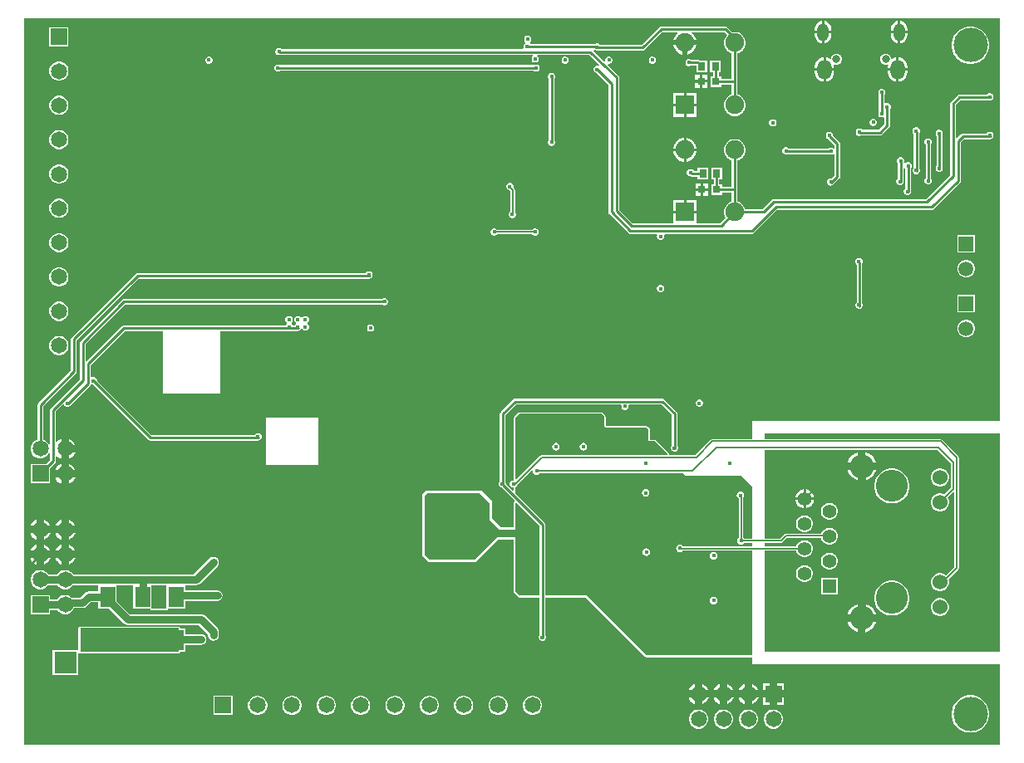
<source format=gbl>
%FSTAX23Y23*%
%MOIN*%
%SFA1B1*%

%IPPOS*%
%ADD11C,0.010000*%
%ADD15C,0.006000*%
%ADD25R,0.031500X0.037400*%
%ADD29R,0.031500X0.031500*%
%ADD45R,0.061000X0.082700*%
%ADD105C,0.030000*%
%ADD106C,0.065000*%
%ADD107R,0.065000X0.065000*%
%ADD108R,0.055000X0.055000*%
%ADD109C,0.055000*%
%ADD110C,0.060200*%
%ADD111C,0.128000*%
%ADD112C,0.096300*%
%ADD113R,0.088600X0.088600*%
%ADD114C,0.088600*%
%ADD115R,0.065000X0.065000*%
%ADD116O,0.057100X0.078700*%
%ADD117O,0.045300X0.070900*%
%ADD118C,0.031500*%
%ADD119C,0.138000*%
%ADD120C,0.075000*%
%ADD121R,0.075000X0.075000*%
%ADD122R,0.059100X0.059100*%
%ADD123C,0.059100*%
%ADD124C,0.017700*%
%ADD125C,0.019700*%
%LNv1.0-1*%
%LPD*%
G36*
X04933Y0337D02*
X0394D01*
Y03299*
X0378*
X03776Y03298*
X03773Y03296*
X03711Y03234*
X0361*
X03607Y03238*
X03607Y0324*
Y03241*
X03606Y03242*
X03605Y03243*
X03554Y03294*
X0355Y03296*
X03531*
Y03335*
X03529Y0334*
X03519Y03349*
X03515Y03351*
X03356*
X03352Y03354*
Y03388*
X0335Y03393*
X03339Y03404*
X03335Y03406*
X03005*
X03Y03404*
X02985Y03389*
X02983Y03385*
Y03139*
X02983Y03138*
X02982Y03136*
X0298Y03133*
X02974Y03131*
X0297Y03127*
X02968Y03121*
Y03115*
X0297Y0311*
X02974Y03106*
X0298Y03104*
X02983*
Y03093*
X02978Y03092*
X02953Y03117*
Y03121*
X02951Y03126*
Y03395*
X02994Y03438*
X03412*
X03415Y03433*
X03415Y03433*
Y03427*
X03417Y03421*
X03421Y03417*
X03427Y03415*
X03433*
X03438Y03417*
X03442Y03421*
X03444Y03427*
Y03433*
X03444Y03433*
X03447Y03438*
X03575*
X03618Y03395*
Y03275*
X03615Y03272*
X03613Y03266*
Y0326*
X03615Y03255*
X03619Y03251*
X03625Y03249*
X03628*
X0363Y03248*
X03631Y03249*
X03631*
X03631Y03249*
X03634Y03249*
X03636Y03251*
X03637Y03252*
X03638Y03253*
X0364Y03255*
X03643Y0326*
Y03266*
X03641Y03271*
Y034*
X0364Y03404*
X03637Y03407*
X03588Y03457*
X03584Y0346*
X0358Y03461*
X02989*
X02985Y0346*
X02981Y03457*
X02932Y03407*
X02929Y03404*
X02928Y034*
Y0313*
X02925Y03127*
X02923Y03121*
Y03115*
X02925Y0311*
X02929Y03106*
X02935Y03104*
X02986Y03052*
X02985Y03047*
X02984Y03046*
X02984Y03045*
Y03043*
X02983Y03042*
Y02945*
X0293*
X02895Y0298*
Y0305*
X02855Y0309*
X0263*
X02615Y03075*
Y0283*
X0264Y02805*
X0283*
X0292Y02895*
X02983*
Y02685*
X02985Y0268*
X03Y02665*
X03005Y02663*
X03088*
Y02515*
X03085Y02512*
X03083Y02506*
Y025*
X03085Y02495*
X03089Y02491*
X03095Y02489*
X03098*
X031Y02488*
X03101Y02489*
X03101*
X03101Y02489*
X03104Y02489*
X03106Y02491*
X03107Y02492*
X03108Y02493*
X0311Y02495*
X03113Y025*
Y02506*
X03111Y02511*
Y02663*
X03272*
X0351Y02425*
X03515Y02423*
X0394*
Y02395*
X04933*
Y02071*
X01021*
Y04988*
X04933*
Y0337*
G37*
G36*
X03346Y03388D02*
Y03352D01*
X03353Y03345*
X03515*
X03524Y03335*
Y03292*
X03526Y0329*
X0355*
X03601Y03238*
X03599Y03234*
X03095*
X03091Y03233*
X03088Y03231*
X02994Y03137*
X0299Y03139*
Y03385*
X03005Y034*
X03335*
X03346Y03388*
G37*
G36*
X03059Y0317D02*
X03059Y03169D01*
X03061Y03164*
X03064Y03159*
X03069Y03156*
X03075Y03154*
X0308Y03156*
X03085Y03159*
X03086Y0316*
X03661*
X03672Y0315*
X03895*
X0394Y03105*
Y02899*
X03906*
X03905Y029*
X03904Y02901*
Y03063*
X03907Y03068*
X03908Y03073*
X03907Y03079*
X03904Y03084*
X03899Y03087*
X03893Y03089*
X03887Y03087*
X03882Y03084*
X03879Y03079*
X03878Y03073*
X03879Y03068*
X03882Y03063*
X03885Y03061*
Y02901*
X03884Y029*
X03881Y02895*
X03879Y0289*
X03881Y02884*
X03884Y02879*
X03889Y02876*
X03895Y02874*
X039Y02876*
X03905Y02879*
X03906Y0288*
X0394*
Y02869*
X03661*
X0366Y0287*
X03655Y02874*
X0365Y02875*
X03644Y02874*
X03639Y0287*
X03636Y02865*
X03634Y0286*
X03636Y02854*
X03639Y02849*
X03644Y02846*
X0365Y02844*
X03655Y02846*
X0366Y02849*
X03661Y0285*
X0394*
Y0243*
X03515*
X03275Y0267*
X03111*
Y02955*
X0311Y02959*
X03107Y02962*
X0299Y0308*
Y03105*
X02994Y03108*
X02997Y03113*
X02997Y03114*
X03055Y03172*
X03059Y0317*
G37*
G36*
X04933Y02445D02*
X0399D01*
Y0285*
X04117*
X04118Y02846*
X04123Y02839*
X04129Y02833*
X04137Y02828*
X04145Y02826*
X04154*
X04162Y02828*
X0417Y02833*
X04176Y02839*
X04181Y02846*
X04183Y02855*
Y02864*
X04181Y02872*
X04176Y0288*
X0417Y02886*
X04162Y02891*
X04154Y02893*
X04145*
X04137Y02891*
X04129Y02886*
X04123Y0288*
X04118Y02872*
X04117Y02869*
X0399*
Y0288*
X04055*
X04058Y02881*
X04061Y02883*
X04078Y029*
X04217*
X04218Y02896*
X04223Y02889*
X04229Y02883*
X04237Y02878*
X04245Y02876*
X04254*
X04262Y02878*
X0427Y02883*
X04276Y02889*
X04281Y02896*
X04283Y02905*
Y02914*
X04281Y02922*
X04276Y0293*
X0427Y02936*
X04262Y02941*
X04254Y02943*
X04245*
X04237Y02941*
X04229Y02936*
X04223Y0293*
X04218Y02922*
X04217Y02919*
X04075*
X04071Y02918*
X04068Y02916*
X04051Y02899*
X0399*
Y03255*
X04681*
X04735Y03201*
Y03101*
X04711Y03077*
X04706Y03079*
X04697Y03081*
X04688*
X04679Y03079*
X0467Y03074*
X04664Y03068*
X04659Y03059*
X04656Y0305*
Y03041*
X04659Y03031*
X04664Y03023*
X0467Y03016*
X04679Y03012*
X04688Y03009*
X04697*
X04706Y03012*
X04715Y03016*
X04721Y03023*
X04726Y03031*
X04729Y03041*
Y0305*
X04726Y03059*
X04724Y03064*
X04746Y03086*
X0475Y03084*
Y02783*
X04717Y0275*
X04715Y02753*
X04706Y02757*
X04697Y0276*
X04688*
X04679Y02757*
X0467Y02753*
X04664Y02746*
X04659Y02738*
X04656Y02728*
Y02719*
X04659Y0271*
X04664Y02702*
X0467Y02695*
X04679Y0269*
X04688Y02688*
X04697*
X04706Y0269*
X04715Y02695*
X04721Y02702*
X04726Y0271*
X04729Y02719*
Y02728*
X04727Y02734*
X04766Y02773*
X04768Y02776*
X04769Y0278*
Y03225*
X04768Y03228*
X04766Y03231*
X04701Y03296*
X04698Y03298*
X04695Y03299*
X0399*
Y0332*
X04933*
Y02445*
G37*
G36*
X02885Y03042D02*
Y02975D01*
X02925Y02935*
X0299*
Y03042*
X02994Y03044*
X03088Y0295*
Y0267*
X03005*
X0299Y02685*
Y02905*
X02915*
X02825Y02815*
X02645*
X02625Y02835*
Y0307*
X02635Y0308*
X02847*
X02885Y03042*
G37*
%LNv1.0-2*%
%LPC*%
G36*
X04534Y04978D02*
Y04938D01*
X04562*
Y04946*
X04561Y04954*
X04557Y04962*
X04552Y04969*
X04545Y04974*
X04537Y04977*
X04534Y04978*
G37*
G36*
X04229D02*
Y04938D01*
X04257*
Y04946*
X04255Y04954*
X04252Y04962*
X04247Y04969*
X0424Y04974*
X04232Y04977*
X04229Y04978*
G37*
G36*
X04219D02*
X04215Y04977D01*
X04207Y04974*
X042Y04969*
X04195Y04962*
X04192Y04954*
X04191Y04946*
Y04938*
X04219*
Y04978*
G37*
G36*
X04524D02*
X0452Y04977D01*
X04512Y04974*
X04506Y04969*
X045Y04962*
X04497Y04954*
X04496Y04946*
Y04938*
X04524*
Y04978*
G37*
G36*
X04562Y04928D02*
X04534D01*
Y04888*
X04537Y04888*
X04545Y04892*
X04552Y04897*
X04557Y04904*
X04561Y04912*
X04562Y0492*
Y04928*
G37*
G36*
X04219D02*
X04191D01*
Y0492*
X04192Y04912*
X04195Y04904*
X042Y04897*
X04207Y04892*
X04215Y04888*
X04219Y04888*
Y04928*
G37*
G36*
X04257D02*
X04229D01*
Y04888*
X04232Y04888*
X0424Y04892*
X04247Y04897*
X04252Y04904*
X04255Y04912*
X04257Y0492*
Y04928*
G37*
G36*
X04524D02*
X04496D01*
Y0492*
X04497Y04912*
X045Y04904*
X04506Y04897*
X04512Y04892*
X0452Y04888*
X04524Y04888*
Y04928*
G37*
G36*
X01198Y04953D02*
X01121D01*
Y04876*
X01198*
Y04953*
G37*
G36*
X03716Y0488D02*
X0368D01*
Y04843*
X03688Y04845*
X03699Y04852*
X03708Y0486*
X03714Y04871*
X03716Y0488*
G37*
G36*
X0366D02*
X03623D01*
X03625Y04871*
X03632Y0486*
X0364Y04852*
X03651Y04845*
X0366Y04843*
Y0488*
G37*
G36*
X04282Y04846D02*
X04273D01*
X04265Y04843*
X04259Y04837*
X04256Y04829*
Y04828*
X04252Y04826*
X04249Y04828*
X0424Y04832*
X04235Y04832*
Y04788*
X04268*
Y04794*
X04268Y048*
X04272Y04803*
X04273Y04803*
X04282*
X0429Y04806*
X04296Y04812*
X043Y0482*
Y04829*
X04296Y04837*
X0429Y04843*
X04282Y04846*
G37*
G36*
X03543Y04834D02*
X03537D01*
X03531Y04832*
X03527Y04828*
X03525Y04823*
Y04817*
X03527Y04811*
X03531Y04807*
X03537Y04805*
X03543*
X03548Y04807*
X03552Y04811*
X03554Y04817*
Y04823*
X03552Y04828*
X03548Y04832*
X03543Y04834*
G37*
G36*
X03193D02*
X03187D01*
X03181Y04832*
X03177Y04828*
X03175Y04823*
Y04817*
X03177Y04811*
X03181Y04807*
X03187Y04805*
X03193*
X03198Y04807*
X03202Y04811*
X03204Y04817*
Y04823*
X03202Y04828*
X03198Y04832*
X03193Y04834*
G37*
G36*
X01764D02*
X01758D01*
X01753Y04832*
X01749Y04828*
X01746Y04823*
Y04817*
X01749Y04811*
X01753Y04807*
X01758Y04805*
X01764*
X0177Y04807*
X01774Y04811*
X01776Y04817*
Y04823*
X01774Y04828*
X0177Y04832*
X01764Y04834*
G37*
G36*
X04822Y04955D02*
X04807D01*
X04793Y04952*
X04779Y04946*
X04767Y04938*
X04756Y04927*
X04748Y04915*
X04742Y04901*
X0474Y04887*
Y04872*
X04742Y04858*
X04748Y04844*
X04756Y04832*
X04767Y04821*
X04779Y04813*
X04793Y04807*
X04807Y04805*
X04822*
X04836Y04807*
X0485Y04813*
X04862Y04821*
X04873Y04832*
X04881Y04844*
X04887Y04858*
X0489Y04872*
Y04887*
X04887Y04901*
X04881Y04915*
X04873Y04927*
X04862Y04938*
X0485Y04946*
X04836Y04952*
X04822Y04955*
G37*
G36*
X03076Y04803D02*
X0307D01*
X03064Y04801*
X03063Y048*
X02048*
X02046Y04801*
X02041Y04803*
X02035*
X02029Y04801*
X02025Y04797*
X02023Y04791*
Y04785*
X02025Y0478*
X02029Y04776*
X02035Y04774*
X02041*
X02046Y04776*
X02048Y04777*
X03063*
X03064Y04776*
X0307Y04774*
X03076*
X03081Y04776*
X03085Y0478*
X03088Y04785*
Y04791*
X03085Y04797*
X03081Y04801*
X03076Y04803*
G37*
G36*
X04528Y04832D02*
Y04788D01*
X04562*
Y04794*
X0456Y04804*
X04557Y04814*
X0455Y04822*
X04542Y04828*
X04533Y04832*
X04528Y04832*
G37*
G36*
X04225D02*
X0422Y04832D01*
X0421Y04828*
X04202Y04822*
X04196Y04814*
X04192Y04804*
X04191Y04794*
Y04788*
X04225*
Y04832*
G37*
G36*
X04479Y04846D02*
X0447D01*
X04462Y04843*
X04456Y04837*
X04453Y04829*
Y0482*
X04456Y04812*
X04462Y04806*
X0447Y04803*
X04479*
X0448Y04803*
X04485Y048*
X04484Y04794*
Y04788*
X04518*
Y04832*
X04513Y04832*
X04503Y04828*
X04501Y04826*
X04496Y04828*
Y04829*
X04493Y04837*
X04487Y04843*
X04479Y04846*
G37*
G36*
X03688Y04824D02*
X03682D01*
X03676Y04822*
X03672Y04818*
X0367Y04813*
Y04807*
X03672Y04801*
X03676Y04797*
X03682Y04795*
X03688*
X03693Y04797*
X03694Y04798*
X03715*
Y0477*
X03759*
Y04819*
X03727*
X03727*
X03726Y0482*
X03722Y04821*
X03694*
X03693Y04822*
X03688Y04824*
G37*
G36*
X03832Y04956D02*
D01*
X03575*
X0357Y04955*
X03567Y04952*
X03495Y04881*
X03331*
X0333Y04882*
X03326Y04886*
X03321Y04888*
X03315*
X03309Y04886*
X03309Y04886*
X03052*
X0305Y04887*
X0305Y04888*
X0305Y04894*
X03052Y04896*
X03054Y04902*
Y04908*
X03052Y04913*
X03048Y04917*
X03043Y04919*
X03037*
X03031Y04917*
X03027Y04913*
X03025Y04908*
Y04902*
X03027Y04896*
X0303Y04893*
X0303Y04889*
X03029Y04887*
X03029Y04887*
X03024Y04883*
X03022Y04878*
Y04872*
X03023Y0487*
X0302Y04865*
X02054*
X02051Y04867*
X02046Y04869*
X0204*
X02034Y04867*
X0203Y04863*
X02028Y04857*
Y04851*
X0203Y04846*
X02034Y04842*
X0204Y0484*
X02046*
X02051Y04842*
X02052Y04842*
X0306*
X03061Y04837*
X03061Y04837*
X03057Y04833*
X03055Y04828*
Y04822*
X03057Y04816*
X03061Y04812*
X03067Y0481*
X03073*
X03078Y04812*
X03082Y04816*
X03084Y04822*
Y04828*
X03082Y04833*
X03078Y04837*
X03078Y04837*
X03079Y04842*
X03286*
X03327Y04801*
X03324Y04797*
X03321Y04798*
X03315*
X03309Y04796*
X03305Y04792*
X03303Y04786*
Y0478*
X03305Y04775*
X03309Y04771*
X03315Y04769*
X03363Y0472*
Y04615*
Y0421*
X03364Y04205*
X03367Y04202*
X03442Y04127*
X03445Y04124*
X0345Y04123*
X03555*
X03559Y04118*
X03558Y04116*
Y0411*
X0356Y04105*
X03564Y04101*
X0357Y04099*
X03576*
X03581Y04101*
X03585Y04105*
X03588Y0411*
Y04116*
X03587Y04118*
X0359Y04123*
X0394*
X03944Y04124*
X03947Y04127*
X04039Y04218*
X0466*
X04664Y04219*
X04667Y04222*
X04772Y04327*
X04775Y0433*
X04776Y04335*
Y0449*
X04789Y04503*
X04895*
X04896Y04504*
X04896*
X04896Y04504*
X04899Y04504*
X04901Y04506*
X04902Y04507*
X04903Y04508*
X04905Y0451*
X04908Y04515*
Y04521*
X04905Y04527*
X04901Y04531*
X04896Y04533*
X0489*
X04884Y04531*
X0488Y04527*
X0488Y04526*
X04785*
X0478Y04525*
X04777Y04522*
X04761Y04507*
X04756Y04509*
Y0464*
X04774Y04658*
X04895*
X04896Y04659*
X04896*
X04896Y04659*
X04899Y04659*
X04901Y04661*
X04902Y04662*
X04903Y04663*
X04905Y04665*
X04908Y0467*
Y04676*
X04905Y04682*
X04901Y04686*
X04896Y04688*
X0489*
X04884Y04686*
X0488Y04682*
X0488Y04681*
X0477*
X04765Y0468*
X04762Y04677*
X04737Y04652*
X04734Y04649*
X04733Y04645*
Y04359*
X04635Y04261*
X04025*
X0402Y0426*
X04017Y04257*
X0398Y04221*
X03912*
X0391Y04226*
X03904Y04236*
X03896Y04244*
X03886Y0425*
X03881Y04252*
Y043*
Y04418*
X03886Y04419*
X03896Y04425*
X03904Y04433*
X0391Y04443*
X03913Y04454*
Y04465*
X0391Y04476*
X03904Y04486*
X03896Y04494*
X03886Y045*
X03875Y04503*
X03864*
X03853Y045*
X03843Y04494*
X03835Y04486*
X03829Y04476*
X03826Y04465*
Y04454*
X03829Y04443*
X03835Y04433*
X03843Y04425*
X03853Y04419*
X03858Y04418*
Y04311*
X03819*
Y04321*
X03808*
Y0434*
X03819*
Y04389*
X03775*
Y0434*
X03786*
Y04321*
X03775*
Y04278*
X03819*
Y04288*
X03858*
Y04252*
X03853Y0425*
X03843Y04244*
X03835Y04236*
X03829Y04226*
X03826Y04215*
Y04204*
X03829Y04193*
X03832Y04188*
X0381Y04166*
X03717*
Y04205*
X0367*
X03622*
Y04166*
X03459*
X03406Y04219*
Y0475*
X03405Y04754*
X03402Y04757*
X0336Y048*
X03361Y04803*
X03362Y04805*
X03368*
X03373Y04807*
X03377Y04811*
X03379Y04817*
Y04823*
X03377Y04828*
X03373Y04832*
X03368Y04834*
X03362*
X03356Y04832*
X03352Y04828*
X0335Y04823*
Y04817*
X03348Y04816*
X03345Y04815*
X03304Y04856*
X03305Y04862*
X03308Y04862*
X03309Y04861*
X03315Y04859*
X03317*
X03318Y04858*
X035*
X03504Y04859*
X03507Y04862*
X03579Y04933*
X03641*
X03642Y04929*
X0364Y04928*
X03632Y04919*
X03625Y04908*
X03623Y049*
X0367*
X03716*
X03714Y04908*
X03708Y04919*
X03699Y04928*
X03697Y04929*
X03698Y04933*
X03827*
X0384Y04921*
X03835Y04916*
X03829Y04906*
X03826Y04895*
Y04884*
X03829Y04873*
X03835Y04863*
X03843Y04855*
X03853Y04849*
X03858Y04848*
Y04746*
X03816*
Y04756*
X03805*
Y0477*
X03814*
Y04819*
X0377*
Y0477*
X03783*
Y04756*
X03772*
Y04713*
X03816*
Y04723*
X03858*
Y04682*
X03853Y0468*
X03843Y04674*
X03835Y04666*
X03829Y04656*
X03826Y04645*
Y04634*
X03829Y04623*
X03835Y04613*
X03843Y04605*
X03853Y04599*
X03864Y04596*
X03875*
X03886Y04599*
X03896Y04605*
X03904Y04613*
X0391Y04623*
X03913Y04634*
Y04645*
X0391Y04656*
X03904Y04666*
X03896Y04674*
X03886Y0468*
X03881Y04682*
Y04735*
Y04848*
X03886Y04849*
X03896Y04855*
X03904Y04863*
X0391Y04873*
X03913Y04884*
Y04895*
X0391Y04906*
X03904Y04916*
X03896Y04924*
X03886Y0493*
X03875Y04933*
X03864*
X0386Y04932*
X0384Y04952*
X03836Y04955*
X03832Y04956*
G37*
G36*
X03761Y0476D02*
X0374D01*
Y0474*
X03761*
Y0476*
G37*
G36*
X0373D02*
X03709D01*
Y0474*
X0373*
Y0476*
G37*
G36*
X01165Y04815D02*
X01154D01*
X01145Y04812*
X01136Y04807*
X01129Y048*
X01124Y04791*
X01121Y04781*
Y04771*
X01124Y04761*
X01129Y04753*
X01136Y04746*
X01145Y0474*
X01154Y04738*
X01165*
X01174Y0474*
X01183Y04746*
X0119Y04753*
X01195Y04761*
X01198Y04771*
Y04781*
X01195Y04791*
X0119Y048*
X01183Y04807*
X01174Y04812*
X01165Y04815*
G37*
G36*
X04562Y04778D02*
X04528D01*
Y04734*
X04533Y04735*
X04542Y04739*
X0455Y04745*
X04557Y04753*
X0456Y04762*
X04562Y04772*
Y04778*
G37*
G36*
X04225D02*
X04191D01*
Y04772*
X04192Y04762*
X04196Y04753*
X04202Y04745*
X0421Y04739*
X0422Y04735*
X04225Y04734*
Y04778*
G37*
G36*
X04268D02*
X04235D01*
Y04734*
X0424Y04735*
X04249Y04739*
X04257Y04745*
X04263Y04753*
X04267Y04762*
X04268Y04772*
Y04778*
G37*
G36*
X04518D02*
X04484D01*
Y04772*
X04485Y04762*
X04489Y04753*
X04495Y04745*
X04503Y04739*
X04513Y04735*
X04518Y04734*
Y04778*
G37*
G36*
X03761Y0473D02*
X0374D01*
Y04709*
X03761*
Y0473*
G37*
G36*
X0373D02*
X03709D01*
Y04709*
X0373*
Y0473*
G37*
G36*
X03717Y04687D02*
X03675D01*
Y04645*
X03717*
Y04687*
G37*
G36*
X03665D02*
X03622D01*
Y04645*
X03665*
Y04687*
G37*
G36*
X01165Y04677D02*
X01154D01*
X01145Y04674*
X01136Y04669*
X01129Y04662*
X01124Y04653*
X01121Y04644*
Y04633*
X01124Y04624*
X01129Y04615*
X01136Y04608*
X01145Y04603*
X01154Y046*
X01165*
X01174Y04603*
X01183Y04608*
X0119Y04615*
X01195Y04624*
X01198Y04633*
Y04644*
X01195Y04653*
X0119Y04662*
X01183Y04669*
X01174Y04674*
X01165Y04677*
G37*
G36*
X03717Y04635D02*
X03675D01*
Y04592*
X03717*
Y04635*
G37*
G36*
X03665D02*
X03622D01*
Y04592*
X03665*
Y04635*
G37*
G36*
X04428Y04584D02*
X04422D01*
X04416Y04582*
X04412Y04578*
X0441Y04573*
Y04567*
X04412Y04561*
X04416Y04557*
X04422Y04555*
X04428*
X04433Y04557*
X04437Y04561*
X04439Y04567*
Y04573*
X04437Y04578*
X04433Y04582*
X04428Y04584*
G37*
G36*
X04026Y04583D02*
X0402D01*
X04014Y04581*
X0401Y04577*
X04008Y04571*
Y04565*
X0401Y0456*
X04014Y04556*
X0402Y04554*
X04026*
X04031Y04556*
X04035Y0456*
X04038Y04565*
Y04571*
X04035Y04577*
X04031Y04581*
X04026Y04583*
G37*
G36*
X04463Y04704D02*
X04457D01*
X04451Y04702*
X04447Y04698*
X04445Y04693*
Y04687*
X04447Y04681*
X04448Y0468*
Y04614*
X04447Y04613*
X04445Y04608*
Y04602*
X04447Y04596*
X04451Y04592*
X04457Y0459*
X04463*
X04465Y04591*
X0447Y04587*
Y04562*
X04448Y0454*
X04382*
X04378Y04544*
X04373Y04546*
X04367*
X04361Y04544*
X04357Y0454*
X04355Y04534*
Y04528*
X04357Y04523*
X04361Y04519*
X04367Y04516*
X0437*
X04371Y04516*
X04372Y04516*
X04373*
X04373Y04517*
X04376Y04517*
X04376Y04517*
X04452*
X04457Y04518*
X0446Y04521*
X04489Y0455*
X04492Y04553*
X04492Y04557*
Y04623*
X04494Y04624*
X04496Y04629*
Y04635*
X04494Y04641*
X0449Y04645*
X04484Y04647*
X04478*
X04476Y04646*
X04471Y0465*
Y0468*
X04472Y04681*
X04474Y04687*
Y04693*
X04472Y04698*
X04468Y04702*
X04463Y04704*
G37*
G36*
X03138Y04769D02*
X03132D01*
X03126Y04767*
X03122Y04763*
X0312Y04758*
Y04752*
X03122Y04746*
X03123Y04745*
Y04499*
X03122Y04498*
X0312Y04493*
Y04487*
X03122Y04481*
X03126Y04477*
X03132Y04475*
X03138*
X03143Y04477*
X03147Y04481*
X03149Y04487*
Y04493*
X03147Y04498*
X03146Y04499*
Y04745*
X03147Y04746*
X03149Y04752*
Y04758*
X03147Y04763*
X03143Y04767*
X03138Y04769*
G37*
G36*
X04253Y04532D02*
X04247D01*
X04241Y0453*
X04237Y04526*
X04235Y04521*
Y04515*
X04237Y04509*
X04241Y04505*
X04246Y04503*
X0427Y04479*
Y04467*
X04265Y04465*
X04263Y04467*
X04258Y04469*
X04252*
X04246Y04467*
X04245Y04466*
X04086*
X04083Y04469*
X04078Y04471*
X04072*
X04066Y04469*
X04062Y04465*
X0406Y04459*
Y04453*
X04062Y04448*
X04066Y04444*
X04072Y04441*
X04078*
X04082Y04443*
X04245*
X04246Y04442*
X04252Y0444*
X04258*
X04263Y04442*
X04265Y04444*
X0427Y04442*
Y04357*
X04259Y04346*
X04258Y04346*
X04252*
X04246Y04344*
X04242Y0434*
X0424Y04334*
Y04328*
X04242Y04323*
X04246Y04319*
X04252Y04316*
X04255*
X04256Y04316*
X04257Y04316*
X04258*
X04258Y04317*
X04261Y04317*
X04263Y04319*
X04264Y0432*
X04289Y04345*
X04292Y04348*
X04292Y04352*
Y04484*
X04292Y04488*
X04289Y04492*
X04264Y04516*
Y04521*
X04262Y04526*
X04258Y0453*
X04253Y04532*
G37*
G36*
X03676Y04507D02*
X03675D01*
Y04465*
X03717*
Y04466*
X03714Y04478*
X03708Y04489*
X03699Y04498*
X03688Y04504*
X03676Y04507*
G37*
G36*
X03665D02*
X03663D01*
X03651Y04504*
X0364Y04498*
X03632Y04489*
X03625Y04478*
X03622Y04466*
Y04465*
X03665*
Y04507*
G37*
G36*
X01165Y04539D02*
X01154D01*
X01145Y04537*
X01136Y04532*
X01129Y04524*
X01124Y04516*
X01121Y04506*
Y04496*
X01124Y04486*
X01129Y04477*
X01136Y0447*
X01145Y04465*
X01154Y04462*
X01165*
X01174Y04465*
X01183Y0447*
X0119Y04477*
X01195Y04486*
X01198Y04496*
Y04506*
X01195Y04516*
X0119Y04524*
X01183Y04532*
X01174Y04537*
X01165Y04539*
G37*
G36*
X03717Y04455D02*
X03675D01*
Y04412*
X03676*
X03688Y04415*
X03699Y04422*
X03708Y0443*
X03714Y04441*
X03717Y04453*
Y04455*
G37*
G36*
X03665D02*
X03622D01*
Y04453*
X03625Y04441*
X03632Y0443*
X0364Y04422*
X03651Y04415*
X03663Y04412*
X03665*
Y04455*
G37*
G36*
X03764Y04389D02*
X0372D01*
Y04376*
X03706*
X03705Y04377*
X03701Y04381*
X03696Y04383*
X0369*
X03684Y04381*
X0368Y04377*
X03678Y04371*
Y04365*
X0368Y0436*
X03684Y04356*
X0369Y04354*
X03693*
X03695Y04353*
X0372*
Y0434*
X03764*
Y04389*
G37*
G36*
X04693Y04541D02*
X04687D01*
X04681Y04539*
X04677Y04535*
X04675Y04529*
Y04523*
X04677Y04518*
X0468Y04515*
Y04398*
X04677Y04395*
X04675Y04389*
Y04383*
X04677Y04378*
X04681Y04374*
X04687Y04371*
X0469*
X04691Y04371*
X04692Y04371*
X04693*
X04693Y04372*
X04696Y04372*
X04698Y04374*
X04699Y04375*
X047Y04376*
X04702Y04378*
X04704Y04383*
Y04389*
X04702Y04394*
Y04519*
X04704Y04523*
Y04529*
X04702Y04535*
X04698Y04539*
X04693Y04541*
G37*
G36*
X046Y04551D02*
X04594D01*
X04589Y04549*
X04584Y04544*
X04582Y04539*
Y04533*
X04584Y04528*
X04588Y04524*
Y04389*
X04585Y04386*
X04583Y0438*
Y04374*
X04585Y04369*
X04589Y04365*
X04594Y04363*
X04598*
X04599Y04362*
X046Y04363*
X046*
X046*
X04603Y04363*
X04606Y04365*
X04606Y04365*
X04607Y04366*
X04608Y04367*
X0461Y04369*
X04612Y04374*
Y0438*
X0461Y04385*
Y04529*
X04612Y04533*
Y04539*
X0461Y04544*
X04605Y04549*
X046Y04551*
G37*
G36*
X01165Y04401D02*
X01154D01*
X01145Y04399*
X01136Y04394*
X01129Y04387*
X01124Y04378*
X01121Y04368*
Y04358*
X01124Y04348*
X01129Y04339*
X01136Y04332*
X01145Y04327*
X01154Y04324*
X01165*
X01174Y04327*
X01183Y04332*
X0119Y04339*
X01195Y04348*
X01198Y04358*
Y04368*
X01195Y04378*
X0119Y04387*
X01183Y04394*
X01174Y04399*
X01165Y04401*
G37*
G36*
X04648Y04506D02*
X04642D01*
X04636Y04504*
X04632Y045*
X0463Y04494*
Y04488*
X04632Y04483*
X04635Y0448*
Y04348*
X04632Y04345*
X0463Y04339*
Y04333*
X04632Y04328*
X04636Y04324*
X04642Y04321*
X04645*
X04646Y04321*
X04647Y04321*
X04648*
X04648Y04322*
X04651Y04322*
X04653Y04324*
X04654Y04325*
X04655Y04326*
X04657Y04328*
X04659Y04333*
Y04339*
X04657Y04344*
Y04484*
X04659Y04488*
Y04494*
X04657Y045*
X04653Y04504*
X04648Y04506*
G37*
G36*
X03764Y04325D02*
X03743D01*
Y04305*
X03764*
Y04325*
G37*
G36*
X03733D02*
X03712D01*
Y04305*
X03733*
Y04325*
G37*
G36*
X04538Y04431D02*
X04532D01*
X04526Y04429*
X04522Y04425*
X0452Y04419*
Y04413*
X04522Y04408*
X04524Y04406*
Y04346*
X0452Y04342*
X04518Y04336*
Y0433*
X0452Y04325*
X04524Y04321*
X0453Y04319*
X04533*
X04535Y04318*
X04536Y04319*
X04536*
X04536Y04319*
X04539Y04319*
X04541Y04321*
X04542Y04322*
X04543Y04322*
X04544Y04324*
X04545Y04325*
X04548Y0433*
Y04336*
X04547Y04339*
Y04386*
X04552Y04387*
X04554Y04385*
Y04306*
X0455Y04302*
X04548Y04296*
Y0429*
X0455Y04285*
X04554Y04281*
X0456Y04279*
X04563*
X04565Y04278*
X04566Y04279*
X04566*
X04566Y04279*
X04569Y04279*
X04571Y04281*
X04572Y04282*
X04573Y04282*
X04574Y04284*
X04575Y04285*
X04578Y0429*
Y04296*
X04577Y04299*
Y04387*
X04577Y04388*
X04579Y04393*
Y04399*
X04577Y04405*
X04573Y04409*
X04568Y04411*
X04562*
X04556Y04409*
X04554Y04407*
X04554*
X04548Y04408*
X04548Y0441*
X04549Y04413*
Y04419*
X04547Y04425*
X04543Y04429*
X04538Y04431*
G37*
G36*
X03764Y04295D02*
X03743D01*
Y04274*
X03764*
Y04295*
G37*
G36*
X03733D02*
X03712D01*
Y04274*
X03733*
Y04295*
G37*
G36*
X03717Y04257D02*
X03675D01*
Y04215*
X03717*
Y04257*
G37*
G36*
X03665D02*
X03622D01*
Y04215*
X03665*
Y04257*
G37*
G36*
X01165Y04264D02*
X01154D01*
X01145Y04261*
X01136Y04256*
X01129Y04249*
X01124Y0424*
X01121Y0423*
Y0422*
X01124Y0421*
X01129Y04202*
X01136Y04194*
X01145Y04189*
X01154Y04187*
X01165*
X01174Y04189*
X01183Y04194*
X0119Y04202*
X01195Y0421*
X01198Y0422*
Y0423*
X01195Y0424*
X0119Y04249*
X01183Y04256*
X01174Y04261*
X01165Y04264*
G37*
G36*
X02971Y04328D02*
X02965D01*
X02959Y04326*
X02955Y04322*
X02953Y04316*
Y0431*
X02955Y04305*
X02959Y04301*
X02965Y04299*
X0297Y04293*
Y04214*
X02969Y04214*
X02965Y04209*
X02963Y04204*
Y04198*
X02965Y04192*
X02969Y04188*
X02975Y04186*
X02981*
X02986Y04188*
X0299Y04192*
X02993Y04198*
Y04204*
X0299Y04209*
X02989Y04211*
Y04297*
X02988Y043*
X02986Y04303*
X02982Y04308*
X02983Y0431*
Y04316*
X0298Y04322*
X02976Y04326*
X02971Y04328*
G37*
G36*
X03073Y04144D02*
X03067D01*
X03061Y04142*
X03058Y04139*
X02916*
X02913Y04142*
X02908Y04144*
X02902*
X02896Y04142*
X02892Y04138*
X0289Y04133*
Y04127*
X02892Y04121*
X02896Y04117*
X02902Y04115*
X02908*
X02913Y04117*
X02916Y0412*
X03058*
X03061Y04117*
X03067Y04115*
X03073*
X03078Y04117*
X03082Y04121*
X03084Y04127*
Y04133*
X03082Y04138*
X03078Y04142*
X03073Y04144*
G37*
G36*
X01165Y04126D02*
X01154D01*
X01145Y04123*
X01136Y04118*
X01129Y04111*
X01124Y04102*
X01121Y04092*
Y04082*
X01124Y04072*
X01129Y04064*
X01136Y04057*
X01145Y04051*
X01154Y04049*
X01165*
X01174Y04051*
X01183Y04057*
X0119Y04064*
X01195Y04072*
X01198Y04082*
Y04092*
X01195Y04102*
X0119Y04111*
X01183Y04118*
X01174Y04123*
X01165Y04126*
G37*
G36*
X04833Y04118D02*
X04762D01*
Y04047*
X04833*
Y04118*
G37*
G36*
X02406Y03973D02*
X024D01*
X02394Y03971*
X0239Y03967*
X0239Y03966*
X01475*
X0147Y03965*
X01467Y03962*
X01212Y03707*
X01209Y03704*
X01208Y037*
Y03574*
X01077Y03442*
X01074Y03439*
X01073Y03435*
Y03296*
X0107Y03295*
X01061Y0329*
X01054Y03283*
X01049Y03274*
X01046Y03265*
Y03254*
X01049Y03245*
X01054Y03236*
X01061Y03229*
X0107Y03224*
X01079Y03221*
X0109*
X01099Y03224*
X01108Y03229*
X01115Y03236*
X01118Y03241*
X01123Y0324*
Y03214*
X01107Y03198*
X01046*
Y03121*
X01123*
Y03182*
X01142Y03202*
X01145Y03205*
X01146Y0321*
Y03232*
X0115Y03233*
X01151Y03233*
X01158Y03226*
X01168Y0322*
X0117Y0322*
Y0326*
Y033*
X01168Y03299*
X01158Y03294*
X01151Y03286*
X0115Y03286*
X01146Y03287*
Y0341*
X01174Y03438*
X0118Y03437*
X0118Y03435*
X01184Y03431*
X0119Y03429*
X01193*
X01195Y03428*
X01196Y03429*
X01196*
X01196Y03429*
X01199Y03429*
X01201Y03431*
X01202Y03432*
X01282Y03512*
X01285Y03515*
X01285Y03518*
X01287Y03519*
X01289Y0352*
X01291Y0352*
X01295Y03519*
X01517Y03297*
X0152Y03294*
X01525Y03293*
X0196*
X01961Y03294*
X01961*
X01961Y03294*
X01964Y03294*
X01966Y03296*
X01967Y03297*
X01968Y03298*
X0197Y033*
X01973Y03305*
Y03311*
X0197Y03317*
X01966Y03321*
X01961Y03323*
X01955*
X01949Y03321*
X01945Y03317*
X01945Y03316*
X01529*
X01313Y03532*
Y03536*
X0131Y03542*
X01306Y03546*
X01301Y03548*
X01295*
X01291Y03547*
X01286Y03549*
Y03595*
X01424Y03733*
X01572*
X01575Y0373*
Y03728*
Y0348*
X01805*
Y03728*
Y0373*
X01807Y03733*
X0212*
X02121Y03734*
X02121*
X02121Y03734*
X02124Y03734*
X02126Y03736*
X02127Y03737*
X02128Y03738*
X0213Y0374*
X02133Y0374*
X02136Y0374*
X02139Y03736*
X02145Y03734*
X02151*
X02156Y03736*
X0216Y0374*
X02163Y03745*
Y03751*
X0216Y03757*
X02157Y03761*
X02156Y03763*
X02157Y03766*
X0216Y0377*
X02163Y03775*
Y03781*
X0216Y03787*
X02156Y03791*
X02151Y03793*
X02145*
X02139Y03791*
X02136Y03787*
X02133Y03787*
X0213Y03787*
X02126Y03791*
X02121Y03793*
X02115*
X02109Y03791*
X02105Y03787*
X02103Y03781*
Y03775*
X02105Y0377*
X02109Y03766*
X02109Y03763*
X02109Y03761*
X02105Y03757*
X02105Y03756*
X02096*
X02095Y03757*
X02092Y03761*
X02091Y03763*
X02092Y03766*
X02095Y0377*
X02098Y03775*
Y03781*
X02095Y03787*
X02091Y03791*
X02086Y03793*
X0208*
X02074Y03791*
X0207Y03787*
X02068Y03781*
Y03775*
X0207Y0377*
X02074Y03766*
X02074Y03763*
X02074Y03761*
X0207Y03757*
X0207Y03756*
X0142*
X01415Y03755*
X01412Y03752*
X01271Y03612*
X01266Y03614*
Y0368*
X01424Y03838*
X02455*
X02456Y03837*
X02462Y03835*
X02468*
X02473Y03837*
X02477Y03841*
X02479Y03847*
Y03853*
X02477Y03858*
X02473Y03862*
X02468Y03864*
X02462*
X02456Y03862*
X02455Y03861*
X0142*
X01415Y0386*
X01412Y03857*
X01247Y03692*
X01244Y03689*
X01243Y03685*
Y03539*
X01127Y03422*
X01124Y03419*
X01123Y03415*
Y03279*
X01118Y03278*
X01115Y03283*
X01108Y0329*
X01099Y03295*
X01096Y03296*
Y0343*
X01227Y03562*
X0123Y03565*
X01231Y0357*
Y03695*
X01479Y03943*
X02405*
X02406Y03944*
X02406*
X02406Y03944*
X02409Y03944*
X02411Y03946*
X02412Y03947*
X02413Y03948*
X02415Y0395*
X02418Y03955*
Y03961*
X02415Y03967*
X02411Y03971*
X02406Y03973*
G37*
G36*
X04803Y04018D02*
X04793D01*
X04784Y04016*
X04776Y04011*
X0477Y04005*
X04765Y03997*
X04762Y03988*
Y03978*
X04765Y03969*
X0477Y03961*
X04776Y03955*
X04784Y0395*
X04793Y03947*
X04803*
X04812Y0395*
X0482Y03955*
X04826Y03961*
X04831Y03969*
X04833Y03978*
Y03988*
X04831Y03997*
X04826Y04005*
X0482Y04011*
X04812Y04016*
X04803Y04018*
G37*
G36*
X01165Y03988D02*
X01154D01*
X01145Y03985*
X01136Y0398*
X01129Y03973*
X01124Y03964*
X01121Y03955*
Y03944*
X01124Y03935*
X01129Y03926*
X01136Y03919*
X01145Y03914*
X01154Y03911*
X01165*
X01174Y03914*
X01183Y03919*
X0119Y03926*
X01195Y03935*
X01198Y03944*
Y03955*
X01195Y03964*
X0119Y03973*
X01183Y0398*
X01174Y03985*
X01165Y03988*
G37*
G36*
X03576Y03918D02*
X0357D01*
X03564Y03916*
X0356Y03912*
X03558Y03906*
Y039*
X0356Y03895*
X03564Y03891*
X0357Y03889*
X03576*
X03581Y03891*
X03585Y03895*
X03588Y039*
Y03906*
X03585Y03912*
X03581Y03916*
X03576Y03918*
G37*
G36*
X04371Y04026D02*
X04365D01*
X04359Y04024*
X04355Y0402*
X04353Y04014*
Y04008*
X04355Y04003*
X04359Y03999*
Y03848*
X04355Y03845*
X04353Y0384*
Y03834*
X04355Y03828*
X0436Y03824*
X04365Y03822*
X04369*
X0437Y03822*
X04371Y03822*
X04371*
X04371Y03822*
X04374Y03823*
X04376Y03824*
X04377*
X04378Y03825*
X04378Y03826*
X04381Y03828*
X04383Y03834*
Y0384*
X04381Y03844*
Y04004*
X04383Y04008*
Y04014*
X0438Y0402*
X04376Y04024*
X04371Y04026*
G37*
G36*
X04833Y03878D02*
X04762D01*
Y03807*
X04833*
Y03878*
G37*
G36*
X01165Y0385D02*
X01154D01*
X01145Y03848*
X01136Y03843*
X01129Y03835*
X01124Y03827*
X01121Y03817*
Y03807*
X01124Y03797*
X01129Y03788*
X01136Y03781*
X01145Y03776*
X01154Y03773*
X01165*
X01174Y03776*
X01183Y03781*
X0119Y03788*
X01195Y03797*
X01198Y03807*
Y03817*
X01195Y03827*
X0119Y03835*
X01183Y03843*
X01174Y03848*
X01165Y0385*
G37*
G36*
X02413Y03759D02*
X02407D01*
X02401Y03757*
X02397Y03753*
X02395Y03748*
Y03742*
X02397Y03736*
X02401Y03732*
X02407Y0373*
X02413*
X02418Y03732*
X02422Y03736*
X02424Y03742*
Y03748*
X02422Y03753*
X02418Y03757*
X02413Y03759*
G37*
G36*
X04803Y03778D02*
X04793D01*
X04784Y03776*
X04776Y03771*
X0477Y03765*
X04765Y03757*
X04762Y03748*
Y03738*
X04765Y03729*
X0477Y03721*
X04776Y03715*
X04784Y0371*
X04793Y03707*
X04803*
X04812Y0371*
X0482Y03715*
X04826Y03721*
X04831Y03729*
X04833Y03738*
Y03748*
X04831Y03757*
X04826Y03765*
X0482Y03771*
X04812Y03776*
X04803Y03778*
G37*
G36*
X01165Y03712D02*
X01154D01*
X01145Y0371*
X01136Y03705*
X01129Y03698*
X01124Y03689*
X01121Y03679*
Y03669*
X01124Y03659*
X01129Y0365*
X01136Y03643*
X01145Y03638*
X01154Y03635*
X01165*
X01174Y03638*
X01183Y03643*
X0119Y0365*
X01195Y03659*
X01198Y03669*
Y03679*
X01195Y03689*
X0119Y03698*
X01183Y03705*
X01174Y0371*
X01165Y03712*
G37*
G36*
X03731Y03458D02*
X03725D01*
X03719Y03456*
X03715Y03452*
X03713Y03446*
Y0344*
X03715Y03435*
X03719Y03431*
X03725Y03429*
X03731*
X03736Y03431*
X0374Y03435*
X03743Y0344*
Y03446*
X0374Y03452*
X03736Y03456*
X03731Y03458*
G37*
G36*
X012Y033D02*
Y03275D01*
X01225*
X01224Y03276*
X01219Y03286*
X01211Y03294*
X01201Y03299*
X012Y033*
G37*
G36*
X01225Y03245D02*
X012D01*
Y0322*
X01201Y0322*
X01211Y03226*
X01219Y03233*
X01224Y03243*
X01225Y03245*
G37*
G36*
X022Y03385D02*
X0199D01*
Y03195*
X022*
Y03385*
G37*
G36*
X012Y032D02*
Y03175D01*
X01225*
X01224Y03176*
X01219Y03186*
X01211Y03194*
X01201Y03199*
X012Y032*
G37*
G36*
X0117D02*
X01168Y03199D01*
X01158Y03194*
X01151Y03186*
X01145Y03176*
X01145Y03175*
X0117*
Y032*
G37*
G36*
X01225Y03145D02*
X012D01*
Y0312*
X01201Y0312*
X01211Y03126*
X01219Y03133*
X01224Y03143*
X01225Y03145*
G37*
G36*
X0117D02*
X01145D01*
X01145Y03143*
X01151Y03133*
X01158Y03126*
X01168Y0312*
X0117Y0312*
Y03145*
G37*
G36*
X012Y02975D02*
Y0295D01*
X01225*
X01224Y02951*
X01219Y02961*
X01211Y02969*
X01201Y02974*
X012Y02975*
G37*
G36*
X011D02*
Y0295D01*
X01125*
X01124Y02951*
X01119Y02961*
X01111Y02969*
X01101Y02974*
X011Y02975*
G37*
G36*
X0117D02*
X01168Y02974D01*
X01158Y02969*
X01151Y02961*
X01145Y02951*
X01145Y0295*
X0117*
Y02975*
G37*
G36*
X0107D02*
X01068Y02974D01*
X01058Y02969*
X01051Y02961*
X01045Y02951*
X01045Y0295*
X0107*
Y02975*
G37*
G36*
X01225Y0292D02*
X012D01*
Y02895*
X01201Y02895*
X01211Y02901*
X01219Y02908*
X01224Y02918*
X01225Y0292*
G37*
G36*
X01125D02*
X011D01*
Y02895*
X01101Y02895*
X01111Y02901*
X01119Y02908*
X01124Y02918*
X01125Y0292*
G37*
G36*
X0117D02*
X01145D01*
X01145Y02918*
X01151Y02908*
X01158Y02901*
X01168Y02895*
X0117Y02895*
Y0292*
G37*
G36*
X0107D02*
X01045D01*
X01045Y02918*
X01051Y02908*
X01058Y02901*
X01068Y02895*
X0107Y02895*
Y0292*
G37*
G36*
X012Y02875D02*
Y0285D01*
X01225*
X01224Y02851*
X01219Y02861*
X01211Y02869*
X01201Y02874*
X012Y02875*
G37*
G36*
X011D02*
Y0285D01*
X01125*
X01124Y02851*
X01119Y02861*
X01111Y02869*
X01101Y02874*
X011Y02875*
G37*
G36*
X0117D02*
X01168Y02874D01*
X01158Y02869*
X01151Y02861*
X01145Y02851*
X01145Y0285*
X0117*
Y02875*
G37*
G36*
X0107D02*
X01068Y02874D01*
X01058Y02869*
X01051Y02861*
X01045Y02851*
X01045Y0285*
X0107*
Y02875*
G37*
G36*
X01225Y0282D02*
X012D01*
Y02795*
X01201Y02795*
X01211Y02801*
X01219Y02808*
X01224Y02818*
X01225Y0282*
G37*
G36*
X01125D02*
X011D01*
Y02795*
X01101Y02795*
X01111Y02801*
X01119Y02808*
X01124Y02818*
X01125Y0282*
G37*
G36*
X0117D02*
X01145D01*
X01145Y02818*
X01151Y02808*
X01158Y02801*
X01168Y02795*
X0117Y02795*
Y0282*
G37*
G36*
X0107D02*
X01045D01*
X01045Y02818*
X01051Y02808*
X01058Y02801*
X01068Y02795*
X0107Y02795*
Y0282*
G37*
G36*
X0178Y02826D02*
X01771Y02824D01*
X01764Y0282*
X01701Y02756*
X01217*
X01215Y02758*
X01208Y02765*
X01199Y0277*
X0119Y02773*
X01179*
X0117Y0277*
X01161Y02765*
X01154Y02758*
X01152Y02756*
X01117*
X01115Y02758*
X01108Y02765*
X01099Y0277*
X0109Y02773*
X01079*
X0107Y0277*
X01061Y02765*
X01054Y02758*
X01049Y02749*
X01046Y0274*
Y02729*
X01049Y0272*
X01054Y02711*
X01061Y02704*
X0107Y02699*
X01079Y02696*
X0109*
X01099Y02699*
X01108Y02704*
X01115Y02711*
X01117Y02713*
X01152*
X01154Y02711*
X01161Y02704*
X0117Y02699*
X01179Y02696*
X0119*
X01199Y02699*
X01208Y02704*
X01215Y02711*
X01217Y02713*
X01318*
Y02688*
X01279*
X01271Y02686*
X01264Y02681*
X01245Y02663*
X01211*
X01208Y02665*
X01199Y0267*
X0119Y02673*
X01179*
X0117Y0267*
X01161Y02665*
X01154Y02658*
X01152Y02656*
X01123*
Y02673*
X01046*
Y02596*
X01123*
Y02613*
X01152*
X01154Y02611*
X01161Y02604*
X0117Y02599*
X01179Y02596*
X0119*
X01199Y02599*
X01208Y02604*
X01215Y02611*
X0122Y0262*
Y0262*
X01254*
X01262Y02621*
X01269Y02626*
X01288Y02645*
X01318*
Y02619*
X01361*
X0142Y02559*
X01427Y02555*
X01435Y02553*
X01721*
X01758Y02516*
Y0251*
X0176Y02501*
X01764Y02494*
X01771Y0249*
X0178Y02488*
X01788Y0249*
X01795Y02494*
X01799Y02501*
X01801Y0251*
Y02525*
X01799Y02533*
X01795Y0254*
X01745Y0259*
X01738Y02594*
X0173Y02596*
X01444*
X01391Y02649*
Y02713*
X01458*
Y02619*
X01525*
X01525Y02618*
Y02616*
X01526Y02615*
X01526Y02614*
X01528Y02614*
X01529Y02613*
X01533Y02611*
X01534*
X01535Y02611*
X01591*
X01596Y02613*
X01596Y02613*
X01598Y02617*
X01666*
Y02648*
X01795*
X01803Y0265*
X0181Y02654*
X01814Y02661*
X01816Y0267*
X01814Y02678*
X0181Y02685*
X01803Y02689*
X01795Y02691*
X01666*
Y02712*
X01671Y02713*
X0171*
X01718Y02715*
X01725Y02719*
X01795Y02789*
X01799Y02796*
X01801Y02805*
X01799Y02813*
X01795Y0282*
X01788Y02824*
X0178Y02826*
G37*
G36*
X0164Y02546D02*
X01245D01*
X0124Y02544*
X01238Y0254*
Y02457*
X01235Y02453*
X01233*
X01134*
Y02353*
X01235*
Y02439*
X0124Y0244*
X0124Y0244*
X01245Y02438*
X0164*
X01644Y0244*
X01646Y02444*
X01666*
Y02473*
X0173*
X01738Y02475*
X01745Y02479*
X01749Y02486*
X01751Y02495*
X01749Y02503*
X01745Y0251*
X01738Y02514*
X0173Y02516*
X01666*
Y02539*
X01646*
Y0254*
X01644Y02544*
X0164Y02546*
G37*
G36*
X04067Y02317D02*
X0404D01*
Y0229*
X04067*
Y02317*
G37*
G36*
X0394Y02315D02*
Y0229D01*
X03965*
X03964Y02291*
X03959Y02301*
X03951Y02309*
X03941Y02314*
X0394Y02315*
G37*
G36*
X0374D02*
Y0229D01*
X03765*
X03764Y02291*
X03759Y02301*
X03751Y02309*
X03741Y02314*
X0374Y02315*
G37*
G36*
X0384D02*
Y0229D01*
X03865*
X03864Y02291*
X03859Y02301*
X03851Y02309*
X03841Y02314*
X0384Y02315*
G37*
G36*
X0391D02*
X03908Y02314D01*
X03898Y02309*
X03891Y02301*
X03885Y02291*
X03885Y0229*
X0391*
Y02315*
G37*
G36*
X0371D02*
X03708Y02314D01*
X03698Y02309*
X03691Y02301*
X03685Y02291*
X03685Y0229*
X0371*
Y02315*
G37*
G36*
X0381D02*
X03808Y02314D01*
X03798Y02309*
X03791Y02301*
X03785Y02291*
X03785Y0229*
X0381*
Y02315*
G37*
G36*
X0401Y02317D02*
X03982D01*
Y0229*
X0401*
Y02317*
G37*
G36*
X03965Y0226D02*
X0394D01*
Y02235*
X03941Y02235*
X03951Y02241*
X03959Y02248*
X03964Y02258*
X03965Y0226*
G37*
G36*
X03865D02*
X0384D01*
Y02235*
X03841Y02235*
X03851Y02241*
X03859Y02248*
X03864Y02258*
X03865Y0226*
G37*
G36*
X03765D02*
X0374D01*
Y02235*
X03741Y02235*
X03751Y02241*
X03759Y02248*
X03764Y02258*
X03765Y0226*
G37*
G36*
X0391D02*
X03885D01*
X03885Y02258*
X03891Y02248*
X03898Y02241*
X03908Y02235*
X0391Y02235*
Y0226*
G37*
G36*
X0381D02*
X03785D01*
X03785Y02258*
X03791Y02248*
X03798Y02241*
X03808Y02235*
X0381Y02235*
Y0226*
G37*
G36*
X0371D02*
X03685D01*
X03685Y02258*
X03691Y02248*
X03698Y02241*
X03708Y02235*
X0371Y02235*
Y0226*
G37*
G36*
X04067D02*
X0404D01*
Y02232*
X04067*
Y0226*
G37*
G36*
X0401D02*
X03982D01*
Y02232*
X0401*
Y0226*
G37*
G36*
X03064Y02268D02*
X03053D01*
X03044Y02265*
X03035Y0226*
X03028Y02253*
X03023Y02244*
X0302Y02235*
Y02224*
X03023Y02215*
X03028Y02206*
X03035Y02199*
X03044Y02194*
X03053Y02191*
X03064*
X03073Y02194*
X03082Y02199*
X03089Y02206*
X03094Y02215*
X03097Y02224*
Y02235*
X03094Y02244*
X03089Y02253*
X03082Y0226*
X03073Y02265*
X03064Y02268*
G37*
G36*
X02926D02*
X02916D01*
X02906Y02265*
X02897Y0226*
X0289Y02253*
X02885Y02244*
X02882Y02235*
Y02224*
X02885Y02215*
X0289Y02206*
X02897Y02199*
X02906Y02194*
X02916Y02191*
X02926*
X02936Y02194*
X02944Y02199*
X02952Y02206*
X02957Y02215*
X02959Y02224*
Y02235*
X02957Y02244*
X02952Y02253*
X02944Y0226*
X02936Y02265*
X02926Y02268*
G37*
G36*
X02788D02*
X02778D01*
X02768Y02265*
X02759Y0226*
X02752Y02253*
X02747Y02244*
X02744Y02235*
Y02224*
X02747Y02215*
X02752Y02206*
X02759Y02199*
X02768Y02194*
X02778Y02191*
X02788*
X02798Y02194*
X02807Y02199*
X02814Y02206*
X02819Y02215*
X02821Y02224*
Y02235*
X02819Y02244*
X02814Y02253*
X02807Y0226*
X02798Y02265*
X02788Y02268*
G37*
G36*
X0265D02*
X0264D01*
X0263Y02265*
X02622Y0226*
X02614Y02253*
X02609Y02244*
X02607Y02235*
Y02224*
X02609Y02215*
X02614Y02206*
X02622Y02199*
X0263Y02194*
X0264Y02191*
X0265*
X0266Y02194*
X02669Y02199*
X02676Y02206*
X02681Y02215*
X02684Y02224*
Y02235*
X02681Y02244*
X02676Y02253*
X02669Y0226*
X0266Y02265*
X0265Y02268*
G37*
G36*
X02512D02*
X02502D01*
X02492Y02265*
X02484Y0226*
X02477Y02253*
X02471Y02244*
X02469Y02235*
Y02224*
X02471Y02215*
X02477Y02206*
X02484Y02199*
X02492Y02194*
X02502Y02191*
X02512*
X02522Y02194*
X02531Y02199*
X02538Y02206*
X02543Y02215*
X02546Y02224*
Y02235*
X02543Y02244*
X02538Y02253*
X02531Y0226*
X02522Y02265*
X02512Y02268*
G37*
G36*
X02375D02*
X02364D01*
X02355Y02265*
X02346Y0226*
X02339Y02253*
X02334Y02244*
X02331Y02235*
Y02224*
X02334Y02215*
X02339Y02206*
X02346Y02199*
X02355Y02194*
X02364Y02191*
X02375*
X02384Y02194*
X02393Y02199*
X024Y02206*
X02405Y02215*
X02408Y02224*
Y02235*
X02405Y02244*
X024Y02253*
X02393Y0226*
X02384Y02265*
X02375Y02268*
G37*
G36*
X02237D02*
X02227D01*
X02217Y02265*
X02208Y0226*
X02201Y02253*
X02196Y02244*
X02193Y02235*
Y02224*
X02196Y02215*
X02201Y02206*
X02208Y02199*
X02217Y02194*
X02227Y02191*
X02237*
X02247Y02194*
X02255Y02199*
X02263Y02206*
X02268Y02215*
X0227Y02224*
Y02235*
X02268Y02244*
X02263Y02253*
X02255Y0226*
X02247Y02265*
X02237Y02268*
G37*
G36*
X02099D02*
X02089D01*
X02079Y02265*
X0207Y0226*
X02063Y02253*
X02058Y02244*
X02055Y02235*
Y02224*
X02058Y02215*
X02063Y02206*
X0207Y02199*
X02079Y02194*
X02089Y02191*
X02099*
X02109Y02194*
X02118Y02199*
X02125Y02206*
X0213Y02215*
X02132Y02224*
Y02235*
X0213Y02244*
X02125Y02253*
X02118Y0226*
X02109Y02265*
X02099Y02268*
G37*
G36*
X01961D02*
X01951D01*
X01941Y02265*
X01933Y0226*
X01925Y02253*
X0192Y02244*
X01918Y02235*
Y02224*
X0192Y02215*
X01925Y02206*
X01933Y02199*
X01941Y02194*
X01951Y02191*
X01961*
X01971Y02194*
X0198Y02199*
X01987Y02206*
X01992Y02215*
X01995Y02224*
Y02235*
X01992Y02244*
X01987Y02253*
X0198Y0226*
X01971Y02265*
X01961Y02268*
G37*
G36*
X01857D02*
X0178D01*
Y02191*
X01857*
Y02268*
G37*
G36*
X0403Y02213D02*
X04019D01*
X0401Y0221*
X04001Y02205*
X03994Y02198*
X03989Y02189*
X03986Y0218*
Y02169*
X03989Y0216*
X03994Y02151*
X04001Y02144*
X0401Y02139*
X04019Y02136*
X0403*
X04039Y02139*
X04048Y02144*
X04055Y02151*
X0406Y0216*
X04063Y02169*
Y0218*
X0406Y02189*
X04055Y02198*
X04048Y02205*
X04039Y0221*
X0403Y02213*
G37*
G36*
X0393D02*
X03919D01*
X0391Y0221*
X03901Y02205*
X03894Y02198*
X03889Y02189*
X03886Y0218*
Y02169*
X03889Y0216*
X03894Y02151*
X03901Y02144*
X0391Y02139*
X03919Y02136*
X0393*
X03939Y02139*
X03948Y02144*
X03955Y02151*
X0396Y0216*
X03963Y02169*
Y0218*
X0396Y02189*
X03955Y02198*
X03948Y02205*
X03939Y0221*
X0393Y02213*
G37*
G36*
X0383D02*
X03819D01*
X0381Y0221*
X03801Y02205*
X03794Y02198*
X03789Y02189*
X03786Y0218*
Y02169*
X03789Y0216*
X03794Y02151*
X03801Y02144*
X0381Y02139*
X03819Y02136*
X0383*
X03839Y02139*
X03848Y02144*
X03855Y02151*
X0386Y0216*
X03863Y02169*
Y0218*
X0386Y02189*
X03855Y02198*
X03848Y02205*
X03839Y0221*
X0383Y02213*
G37*
G36*
X0373D02*
X03719D01*
X0371Y0221*
X03701Y02205*
X03694Y02198*
X03689Y02189*
X03686Y0218*
Y02169*
X03689Y0216*
X03694Y02151*
X03701Y02144*
X0371Y02139*
X03719Y02136*
X0373*
X03739Y02139*
X03748Y02144*
X03755Y02151*
X0376Y0216*
X03763Y02169*
Y0218*
X0376Y02189*
X03755Y02198*
X03748Y02205*
X03739Y0221*
X0373Y02213*
G37*
G36*
X04822Y0227D02*
X04807D01*
X04793Y02267*
X04779Y02261*
X04767Y02253*
X04756Y02242*
X04748Y0223*
X04742Y02216*
X0474Y02202*
Y02187*
X04742Y02173*
X04748Y02159*
X04756Y02147*
X04767Y02136*
X04779Y02128*
X04793Y02122*
X04807Y0212*
X04822*
X04836Y02122*
X0485Y02128*
X04862Y02136*
X04873Y02147*
X04881Y02159*
X04887Y02173*
X0489Y02187*
Y02202*
X04887Y02216*
X04881Y0223*
X04873Y02242*
X04862Y02253*
X0485Y02261*
X04836Y02267*
X04822Y0227*
G37*
%LNv1.0-3*%
%LPD*%
G36*
X01591Y02618D02*
X01591Y02617D01*
X01535*
X01531Y02619*
Y02713*
X01591*
Y02618*
G37*
G36*
X0164Y02445D02*
X01245D01*
Y0254*
X0164*
Y02445*
G37*
%LNv1.0-4*%
%LPC*%
G36*
X03263Y03284D02*
X03257Y03282D01*
X03252Y03279*
X03249Y03274*
X03248Y03268*
X03249Y03263*
X03252Y03258*
X03257Y03254*
X03263Y03253*
X03269Y03254*
X03274Y03258*
X03277Y03263*
X03278Y03268*
X03277Y03274*
X03274Y03279*
X03269Y03282*
X03263Y03284*
G37*
G36*
X03153D02*
X03147Y03282D01*
X03142Y03279*
X03139Y03274*
X03138Y03268*
X03139Y03263*
X03142Y03258*
X03147Y03254*
X03153Y03253*
X03159Y03254*
X03164Y03258*
X03167Y03263*
X03168Y03268*
X03167Y03274*
X03164Y03279*
X03159Y03282*
X03153Y03284*
G37*
G36*
X03513Y03099D02*
X03507Y03097D01*
X03502Y03094*
X03499Y03089*
X03498Y03083*
X03499Y03078*
X03502Y03073*
X03507Y03069*
X03513Y03068*
X03519Y03069*
X03524Y03073*
X03527Y03078*
X03528Y03083*
X03527Y03089*
X03524Y03094*
X03519Y03097*
X03513Y03099*
G37*
G36*
X03515Y0286D02*
X03509Y02859D01*
X03504Y02855*
X03501Y0285*
X03499Y02845*
X03501Y02839*
X03504Y02834*
X03509Y02831*
X03515Y02829*
X0352Y02831*
X03525Y02834*
X03529Y02839*
X0353Y02845*
X03529Y0285*
X03525Y02855*
X0352Y02859*
X03515Y0286*
G37*
G36*
X03785Y02845D02*
X03779Y02844D01*
X03774Y0284*
X03771Y02835*
X03769Y0283*
X03771Y02824*
X03774Y02819*
X03779Y02816*
X03785Y02814*
X0379Y02816*
X03795Y02819*
X03799Y02824*
X038Y0283*
X03799Y02835*
X03795Y0284*
X0379Y02844*
X03785Y02845*
G37*
G36*
Y02665D02*
X03779Y02664D01*
X03774Y0266*
X03771Y02655*
X03769Y0265*
X03771Y02644*
X03774Y02639*
X03779Y02636*
X03785Y02634*
X0379Y02636*
X03795Y02639*
X03799Y02644*
X038Y0265*
X03799Y02655*
X03795Y0266*
X0379Y02664*
X03785Y02665*
G37*
G36*
X04394Y03246D02*
Y03204D01*
X04436*
X04435Y03206*
X04431Y03217*
X04425Y03227*
X04417Y03235*
X04407Y03241*
X04396Y03245*
X04394Y03246*
G37*
G36*
X04364D02*
X04363Y03245D01*
X04352Y03241*
X04342Y03235*
X04334Y03227*
X04328Y03217*
X04324Y03206*
X04323Y03204*
X04364*
Y03246*
G37*
G36*
Y03174D02*
X04323D01*
X04324Y03173*
X04328Y03162*
X04334Y03152*
X04342Y03144*
X04352Y03138*
X04363Y03134*
X04364Y03133*
Y03174*
G37*
G36*
X04436D02*
X04394D01*
Y03133*
X04396Y03134*
X04407Y03138*
X04417Y03144*
X04425Y03152*
X04431Y03162*
X04435Y03173*
X04436Y03174*
G37*
G36*
X04697Y03181D02*
X04688D01*
X04679Y03179*
X0467Y03174*
X04664Y03168*
X04659Y03159*
X04656Y0315*
Y03141*
X04659Y03131*
X04664Y03123*
X0467Y03116*
X04679Y03112*
X04688Y03109*
X04697*
X04706Y03112*
X04715Y03116*
X04721Y03123*
X04726Y03131*
X04729Y03141*
Y0315*
X04726Y03159*
X04721Y03168*
X04715Y03174*
X04706Y03179*
X04697Y03181*
G37*
G36*
X04155Y03097D02*
Y03064D01*
X04187*
X04185Y03074*
X0418Y03082*
X04173Y03089*
X04164Y03094*
X04155Y03097*
G37*
G36*
X04145D02*
X04135Y03094D01*
X04127Y03089*
X0412Y03082*
X04115Y03074*
X04112Y03064*
X04145*
Y03097*
G37*
G36*
X04506Y0318D02*
X04493D01*
X04479Y03177*
X04466Y03172*
X04455Y03164*
X04445Y03154*
X04438Y03143*
X04432Y0313*
X0443Y03116*
Y03103*
X04432Y03089*
X04438Y03076*
X04445Y03065*
X04455Y03055*
X04466Y03048*
X04479Y03042*
X04493Y0304*
X04506*
X0452Y03042*
X04533Y03048*
X04544Y03055*
X04554Y03065*
X04562Y03076*
X04567Y03089*
X0457Y03103*
Y03116*
X04567Y0313*
X04562Y03143*
X04554Y03154*
X04544Y03164*
X04533Y03172*
X0452Y03177*
X04506Y0318*
G37*
G36*
X04187Y03054D02*
X04155D01*
Y03022*
X04164Y03024*
X04173Y03029*
X0418Y03036*
X04185Y03045*
X04187Y03054*
G37*
G36*
X04145D02*
X04112D01*
X04115Y03045*
X0412Y03036*
X04127Y03029*
X04135Y03024*
X04145Y03022*
Y03054*
G37*
G36*
X04254Y03043D02*
X04245D01*
X04237Y03041*
X04229Y03036*
X04223Y0303*
X04218Y03022*
X04216Y03014*
Y03005*
X04218Y02996*
X04223Y02989*
X04229Y02983*
X04237Y02978*
X04245Y02976*
X04254*
X04262Y02978*
X0427Y02983*
X04276Y02989*
X04281Y02996*
X04283Y03005*
Y03014*
X04281Y03022*
X04276Y0303*
X0427Y03036*
X04262Y03041*
X04254Y03043*
G37*
G36*
X04154Y02993D02*
X04145D01*
X04137Y02991*
X04129Y02986*
X04123Y0298*
X04118Y02972*
X04116Y02964*
Y02955*
X04118Y02946*
X04123Y02939*
X04129Y02933*
X04137Y02928*
X04145Y02926*
X04154*
X04162Y02928*
X0417Y02933*
X04176Y02939*
X04181Y02946*
X04183Y02955*
Y02964*
X04181Y02972*
X04176Y0298*
X0417Y02986*
X04162Y02991*
X04154Y02993*
G37*
G36*
X04254Y02843D02*
X04245D01*
X04237Y02841*
X04229Y02836*
X04223Y0283*
X04218Y02822*
X04216Y02814*
Y02805*
X04218Y02796*
X04223Y02789*
X04229Y02783*
X04237Y02778*
X04245Y02776*
X04254*
X04262Y02778*
X0427Y02783*
X04276Y02789*
X04281Y02796*
X04283Y02805*
Y02814*
X04281Y02822*
X04276Y0283*
X0427Y02836*
X04262Y02841*
X04254Y02843*
G37*
G36*
X04154Y02793D02*
X04145D01*
X04137Y02791*
X04129Y02786*
X04123Y0278*
X04118Y02772*
X04116Y02764*
Y02755*
X04118Y02746*
X04123Y02739*
X04129Y02733*
X04137Y02728*
X04145Y02726*
X04154*
X04162Y02728*
X0417Y02733*
X04176Y02739*
X04181Y02746*
X04183Y02755*
Y02764*
X04181Y02772*
X04176Y0278*
X0417Y02786*
X04162Y02791*
X04154Y02793*
G37*
G36*
X04283Y02743D02*
X04216D01*
Y02676*
X04283*
Y02743*
G37*
G36*
X04394Y02636D02*
Y02595D01*
X04436*
X04435Y02597*
X04431Y02607*
X04425Y02617*
X04417Y02625*
X04407Y02631*
X04396Y02636*
X04394Y02636*
G37*
G36*
X04364D02*
X04363Y02636D01*
X04352Y02631*
X04342Y02625*
X04334Y02617*
X04328Y02607*
X04324Y02597*
X04323Y02595*
X04364*
Y02636*
G37*
G36*
X04506Y0273D02*
X04493D01*
X04479Y02727*
X04466Y02722*
X04455Y02714*
X04445Y02704*
X04438Y02693*
X04432Y0268*
X0443Y02666*
Y02653*
X04432Y02639*
X04438Y02626*
X04445Y02615*
X04455Y02605*
X04466Y02598*
X04479Y02592*
X04493Y0259*
X04506*
X0452Y02592*
X04533Y02598*
X04544Y02605*
X04554Y02615*
X04562Y02626*
X04567Y02639*
X0457Y02653*
Y02666*
X04567Y0268*
X04562Y02693*
X04554Y02704*
X04544Y02714*
X04533Y02722*
X0452Y02727*
X04506Y0273*
G37*
G36*
X04697Y0266D02*
X04688D01*
X04679Y02657*
X0467Y02653*
X04664Y02646*
X04659Y02638*
X04656Y02628*
Y02619*
X04659Y0261*
X04664Y02602*
X0467Y02595*
X04679Y0259*
X04688Y02588*
X04697*
X04706Y0259*
X04715Y02595*
X04721Y02602*
X04726Y0261*
X04729Y02619*
Y02628*
X04726Y02638*
X04721Y02646*
X04715Y02653*
X04706Y02657*
X04697Y0266*
G37*
G36*
X04364Y02565D02*
X04323D01*
X04324Y02563*
X04328Y02552*
X04334Y02543*
X04342Y02534*
X04352Y02528*
X04363Y02524*
X04364Y02523*
Y02565*
G37*
G36*
X04436D02*
X04394D01*
Y02523*
X04396Y02524*
X04407Y02528*
X04417Y02534*
X04425Y02543*
X04431Y02552*
X04435Y02563*
X04436Y02565*
G37*
%LNv1.0-5*%
%LPD*%
G54D11*
X03665Y04739D02*
X0367Y04735D01*
X03665Y04828D02*
X0367Y04833D01*
Y0489*
X03665Y04739D02*
Y04828D01*
X03685Y0481D02*
X03722D01*
X03723Y04808*
X03726*
X02044Y04853D02*
X03291D01*
X03395Y0475*
X02043Y04854D02*
X02044Y04853D01*
X03135Y0449D02*
Y04755D01*
X02038Y04788D02*
X03073D01*
X01255Y03685D02*
X0142Y0385D01*
X02465*
X0294Y034D02*
X02989Y03449D01*
X0358D02*
X0363Y034D01*
X02989Y03449D02*
X0358D01*
X043Y04632D02*
X04301Y04631D01*
X04201Y04632D02*
X043D01*
X04199Y0463D02*
X04201Y04632D01*
X04199Y0463D02*
Y0463D01*
X0446Y04605D02*
Y0469D01*
X04371Y04527D02*
X04372Y04529D01*
X04452D02*
X04481Y04557D01*
Y04632*
D01*
X04081Y04455D02*
X04082Y04455D01*
X04255*
X04075Y04456D02*
X04076Y04455D01*
X04081*
X0104Y02351D02*
X01185Y02206D01*
X0104Y02351D02*
Y0279D01*
X01085Y02835*
X01275Y036D02*
X0142Y03745D01*
X0212*
X01275Y0352D02*
Y036D01*
X01195Y0344D02*
X01275Y0352D01*
X01255Y03535D02*
Y03685D01*
X01135Y03415D02*
X01255Y03535D01*
X013Y0353D02*
X01525Y03305D01*
X0196*
X01185Y0316D02*
Y0326D01*
Y02935D02*
Y0316D01*
Y02835D02*
Y02935D01*
X01085Y02835D02*
X01185D01*
X01085D02*
Y02935D01*
X03313Y04875D02*
X03318Y0487D01*
X035*
X03037Y04875D02*
X03313D01*
X01085Y0316D02*
X01135Y0321D01*
Y03415*
X01085Y0326D02*
Y03435D01*
X0122Y0357*
Y037*
X01475Y03955*
X0363Y0326D02*
Y034D01*
X0332Y0478D02*
X03375Y04725D01*
Y04615D02*
Y04725D01*
X03395Y04215D02*
Y0475D01*
X03575Y04945D02*
X03832D01*
X0387Y04907*
Y0464D02*
Y04735D01*
X03794D02*
X0387D01*
Y0489*
X03794Y04735D02*
Y04793D01*
X03792Y04795D02*
X03794Y04793D01*
X0387Y0489D02*
Y04907D01*
X035Y0487D02*
X03575Y04945D01*
X04251Y04514D02*
X04281Y04484D01*
Y04352D02*
Y04484D01*
X043Y04484D02*
X04348Y04436D01*
X043Y04484D02*
Y0463D01*
X03795Y0407D02*
X0385D01*
X03685Y0396D02*
X03795Y0407D01*
X03695Y04365D02*
X03742D01*
X03737Y04795D02*
Y04798D01*
X03726Y04808D02*
X03737Y04798D01*
X01475Y03955D02*
X02405D01*
X03455Y04155D02*
X03815D01*
X03395Y04215D02*
X03455Y04155D01*
X0345Y04135D02*
X0394D01*
X03375Y0421D02*
Y04615D01*
Y0421D02*
X0345Y04135D01*
X0394D02*
X04035Y0423D01*
X0466*
X04765Y04335*
X04025Y0425D02*
X0464D01*
X03985Y0421D02*
X04025Y0425D01*
X0464D02*
X04745Y04355D01*
X0387Y0421D02*
X03985D01*
X03815Y04155D02*
X0387Y0421D01*
X0367Y043D02*
Y0446D01*
Y0421D02*
Y043D01*
X03738*
X0367Y0464D02*
Y04735D01*
X03735*
X0387Y043D02*
Y0446D01*
Y0421D02*
Y043D01*
X03797D02*
X0387D01*
X03797Y04365D02*
D01*
Y043D02*
Y04365D01*
X04745Y04355D02*
Y04645D01*
X04765Y04335D02*
Y04495D01*
X04785Y04515*
X04745Y04645D02*
X0477Y0467D01*
X04785Y04515D02*
X04895D01*
X0477Y0467D02*
X04895D01*
X04372Y04529D02*
X04452D01*
X031Y025D02*
Y02955D01*
X0294Y03115D02*
X031Y02955D01*
X0294Y03115D02*
Y034D01*
X04565Y04392D02*
X04566Y04392D01*
X04565Y0429D02*
Y04392D01*
X04565Y0429D02*
X04565Y0429D01*
X04535Y0433D02*
X04535Y0433D01*
Y04412*
X04536Y04412*
X04599Y04532D02*
X04599Y04532D01*
X04646Y04332D02*
Y04487D01*
X04599Y04374D02*
Y04532D01*
X04691Y04382D02*
Y04522D01*
X04369Y04007D02*
X0437Y04007D01*
Y03833D02*
Y04007D01*
X04256Y04327D02*
X04281Y04352D01*
G54D15*
X01733Y0491D02*
X0176Y04936D01*
Y0498*
X01595Y0491D02*
X01733D01*
X02905Y0413D02*
X0307D01*
X03075Y0317D02*
X03701D01*
X03796Y03265*
X02985Y03115D02*
X03095Y03225D01*
X03715D02*
X0378Y0329D01*
X03095Y03225D02*
X03715D01*
X0276Y0396D02*
X0321D01*
X0276Y04485D02*
X0304Y04765D01*
X0298Y04197D02*
Y04297D01*
X0297Y04307D02*
X0298Y04297D01*
X0476Y0278D02*
Y03225D01*
X04704Y02724D02*
X0476Y0278D01*
X04695Y0329D02*
X0476Y03225D01*
X04692Y03045D02*
X04745Y03097D01*
X04685Y03265D02*
X04745Y03205D01*
Y03097D02*
Y03205D01*
X03796Y03265D02*
X04685D01*
X0297Y04307D02*
Y0431D01*
X0378Y0329D02*
X04695D01*
X03685Y03801D02*
Y0396D01*
Y03801D02*
X03708Y03777D01*
X03712D02*
X03715Y0378D01*
X03708Y03777D02*
X03712D01*
X03715Y0378D02*
X04285D01*
X0321Y0396D02*
X0337D01*
X0449Y03845D02*
Y04065D01*
Y0378D02*
Y03845D01*
X046*
X04285Y0378D02*
X0449D01*
X0276Y0396D02*
Y04485D01*
X04692Y02724D02*
X04704D01*
X0428Y03189D02*
X04379D01*
X0415Y03059D02*
X0428Y03189D01*
X0365Y02859D02*
X04149D01*
X0365Y0286D02*
X0365Y02859D01*
X04149D02*
X0415Y02859D01*
X04249Y0291D02*
X0425Y02909D01*
X04075Y0291D02*
X04249D01*
X03895Y0289D02*
X04055D01*
X04075Y0291*
X03895Y0289D02*
Y0307D01*
G54D25*
X03737Y04795D03*
X03792D03*
X03742Y04365D03*
X03797D03*
G54D29*
X03794Y04735D03*
X03735D03*
X03797Y043D03*
X03738D03*
G54D45*
X01355Y02493D03*
Y02666D03*
X0163Y02491D03*
Y02665D03*
X01495Y02493D03*
Y02666D03*
G54D105*
X01355Y02492D02*
X01495D01*
X01629*
X01633Y02495D02*
X0173D01*
X0163Y02491D02*
X01633Y02495D01*
X01635Y0267D02*
X01795D01*
X0163Y02665D02*
X01635Y0267D01*
X01495Y02735D02*
X0171D01*
X01495Y02666D02*
Y02735D01*
X01185D02*
X01495D01*
X0173Y02575D02*
X0178Y02525D01*
Y0251D02*
Y02525D01*
X01435Y02575D02*
X0173D01*
X01355Y02655D02*
Y02666D01*
Y02655D02*
X01435Y02575D01*
X0171Y02735D02*
X0178Y02805D01*
X01085Y02735D02*
X01185D01*
Y02635D02*
X01191Y02641D01*
X01254*
X01279Y02666*
X01355*
X01085Y02635D02*
X01185D01*
X01629Y02492D02*
X0163Y02491D01*
X01355Y02493D02*
X01355Y02492D01*
X01625Y0267D02*
X0163Y02665D01*
X04379Y0258D02*
Y03189D01*
G54D106*
X0116Y04087D03*
Y04225D03*
Y04501D03*
Y04639D03*
Y04776D03*
Y04363D03*
Y0395D03*
Y03812D03*
Y03674D03*
X01185Y0326D03*
X01085D03*
X01185Y0316D03*
Y02735D03*
X01085D03*
X01185Y02635D03*
X01085Y02835D03*
Y02935D03*
X01185Y02835D03*
Y02935D03*
X03725Y02175D03*
X03825D03*
X03725Y02275D03*
X03825D03*
X04025Y02175D03*
X03925Y02275D03*
Y02175D03*
X02645Y0223D03*
X02507D03*
X02232D03*
X02094D03*
X01956D03*
X0237D03*
X02783D03*
X02921D03*
X03059D03*
G54D107*
X0116Y04914D03*
X01085Y0316D03*
Y02635D03*
G54D108*
X0425Y02709D03*
G54D109*
X0415Y02759D03*
X0425Y02809D03*
X0415Y02859D03*
X0425Y02909D03*
X0415Y02959D03*
X0425Y03009D03*
X0415Y03059D03*
G54D110*
X04692Y02624D03*
Y02724D03*
Y03145D03*
Y03045D03*
G54D111*
X045Y0311D03*
Y0266D03*
G54D112*
X04379Y03189D03*
Y0258D03*
G54D113*
X01185Y02403D03*
G54D114*
X01185Y02206D03*
G54D115*
X04025Y02275D03*
X01818Y0223D03*
G54D116*
X04523Y04783D03*
X0423D03*
G54D117*
X04529Y04933D03*
X04224D03*
G54D118*
X04278Y04825D03*
X04475D03*
G54D119*
X04815Y02195D03*
Y0488D03*
G54D120*
X0387Y0464D03*
X0367Y0489D03*
X0387D03*
Y0421D03*
X0367Y0446D03*
X0387D03*
G54D121*
X0367Y0464D03*
Y0421D03*
G54D122*
X04798Y03843D03*
Y04083D03*
G54D123*
X04798Y03743D03*
Y03983D03*
G54D124*
X0485Y048D03*
X048Y047D03*
X0485Y046D03*
X048Y043D03*
X0485Y042D03*
Y04D03*
X048Y039D03*
X0485Y038D03*
Y036D03*
X048Y035D03*
Y023D03*
Y021D03*
X047Y049D03*
X0475Y048D03*
X047Y047D03*
X0475Y042D03*
X047Y041D03*
X0475Y04D03*
X047Y037D03*
X0475Y036D03*
X047Y035D03*
X0475Y034D03*
X047Y023D03*
Y021D03*
X046Y049D03*
X0465Y048D03*
X046Y047D03*
Y043D03*
X0465Y042D03*
X046Y041D03*
X0465Y038D03*
X046Y037D03*
X0465Y036D03*
X046Y035D03*
X0465Y034D03*
X046Y023D03*
X0465Y022D03*
X046Y021D03*
X045Y047D03*
X0455Y046D03*
X045Y045D03*
Y043D03*
X0455Y042D03*
X045Y041D03*
X0455Y038D03*
X045Y037D03*
X0455Y036D03*
X045Y035D03*
X0455Y034D03*
Y022D03*
X045Y021D03*
X044Y049D03*
X0445Y042D03*
X044Y041D03*
X0445Y04D03*
Y038D03*
X044Y037D03*
X0445Y036D03*
X044Y035D03*
X0445Y034D03*
X044Y023D03*
X0445Y022D03*
X044Y021D03*
X043Y049D03*
Y047D03*
Y045D03*
Y043D03*
X0435Y042D03*
X043Y041D03*
X0435Y038D03*
X043Y037D03*
X0435Y036D03*
X043Y035D03*
X0435Y034D03*
X043Y023D03*
X0435Y022D03*
X043Y021D03*
X042Y047D03*
X0425Y042D03*
X042Y037D03*
X0425Y036D03*
X042Y035D03*
X0425Y034D03*
X042Y023D03*
X0425Y022D03*
X042Y021D03*
X041Y049D03*
X0415Y048D03*
X041Y047D03*
Y043D03*
X0415Y042D03*
Y038D03*
X041Y037D03*
X0415Y036D03*
X041Y035D03*
X0415Y034D03*
X041Y023D03*
X0415Y022D03*
X041Y021D03*
X0405Y048D03*
X04Y045D03*
X0405Y044D03*
X04Y043D03*
X0405Y042D03*
X04Y039D03*
X0405Y038D03*
X04Y037D03*
X0405Y036D03*
X04Y035D03*
X0405Y034D03*
X04Y021D03*
X039Y047D03*
X0395Y044D03*
X039Y043D03*
X0395Y04D03*
Y038D03*
X039Y037D03*
X0395Y036D03*
X039Y035D03*
X0395Y034D03*
X039Y021D03*
X0385Y048D03*
X038Y047D03*
Y045D03*
X0385Y044D03*
Y038D03*
X038Y037D03*
X0385Y036D03*
X038Y035D03*
X0385Y034D03*
Y032D03*
Y024D03*
X038Y021D03*
X037Y047D03*
X0375Y046D03*
Y044D03*
X037Y043D03*
X0375Y042D03*
X037Y037D03*
X0375Y036D03*
Y024D03*
X037Y021D03*
X0365Y044D03*
Y024D03*
X036Y023D03*
Y021D03*
X035Y047D03*
Y045D03*
Y043D03*
Y041D03*
Y039D03*
Y035D03*
X0355Y024D03*
X035Y021D03*
X0345Y046D03*
Y044D03*
Y042D03*
X034Y041D03*
X0345Y04D03*
X034Y039D03*
Y037D03*
X0345Y036D03*
X034Y035D03*
Y025D03*
X0345Y022D03*
X034Y021D03*
X033Y047D03*
X0335Y046D03*
X033Y043D03*
Y041D03*
Y039D03*
Y037D03*
X0335Y036D03*
X033Y035D03*
X0335Y022D03*
X033Y021D03*
X032Y047D03*
Y045D03*
X0325Y044D03*
X032Y043D03*
X0325Y042D03*
X032Y041D03*
X0325Y04D03*
X032Y039D03*
Y037D03*
X0325Y036D03*
X032Y035D03*
X0325Y026D03*
Y022D03*
X032Y021D03*
X031Y047D03*
X0315Y044D03*
X031Y043D03*
X0315Y042D03*
X031Y041D03*
X0315Y04D03*
X031Y039D03*
Y037D03*
X0315Y036D03*
X031Y035D03*
X0315Y022D03*
X031Y021D03*
X03Y047D03*
X0305Y044D03*
X03Y043D03*
X0305Y042D03*
X03Y041D03*
X0305Y04D03*
X03Y039D03*
Y037D03*
Y035D03*
X0305Y026D03*
X03Y025D03*
Y021D03*
X029Y047D03*
X0295Y044D03*
Y042D03*
X029Y041D03*
Y033D03*
Y031D03*
Y027D03*
Y025D03*
Y021D03*
X028Y047D03*
Y045D03*
Y043D03*
Y041D03*
X0285Y04D03*
X028Y039D03*
Y037D03*
X0285Y036D03*
X028Y033D03*
X0285Y032D03*
X028Y031D03*
X0285Y028D03*
X028Y027D03*
X0285Y022D03*
X028Y021D03*
X027Y047D03*
X0275Y046D03*
X027Y045D03*
X0275Y044D03*
X027Y043D03*
X0275Y042D03*
X027Y041D03*
X0275Y036D03*
Y034D03*
Y032D03*
X027Y031D03*
Y027D03*
X0275Y026D03*
X027Y025D03*
Y021D03*
X026Y047D03*
X0265Y046D03*
X026Y045D03*
X0265Y044D03*
X026Y043D03*
X0265Y042D03*
X026Y041D03*
Y027D03*
Y025D03*
Y021D03*
X0255Y046D03*
X025Y045D03*
X0255Y044D03*
X025Y043D03*
X0255Y042D03*
X025Y041D03*
Y039D03*
X0255Y036D03*
Y034D03*
Y032D03*
Y022D03*
X025Y021D03*
X024Y045D03*
X0245Y044D03*
X024Y043D03*
X0245Y042D03*
X024Y041D03*
Y023D03*
X0245Y022D03*
X024Y021D03*
X023Y047D03*
X0235Y046D03*
X023Y045D03*
X0235Y044D03*
X023Y043D03*
X0235Y042D03*
X023Y041D03*
Y021D03*
X022Y047D03*
X0225Y046D03*
X022Y045D03*
X0225Y044D03*
X022Y043D03*
X0225Y042D03*
X022Y041D03*
Y039D03*
Y031D03*
Y029D03*
Y027D03*
Y023D03*
Y021D03*
X0215Y04D03*
X021Y031D03*
X0215Y03D03*
X021Y029D03*
X0215Y028D03*
X021Y027D03*
X0215Y026D03*
X021Y023D03*
X0215Y022D03*
X021Y021D03*
X02Y047D03*
X0205Y044D03*
X02Y041D03*
Y039D03*
Y037D03*
Y035D03*
X0205Y034D03*
X02Y031D03*
X0205Y03D03*
X02Y029D03*
X0205Y028D03*
X02Y027D03*
X0205Y026D03*
X02Y025D03*
X0205Y024D03*
Y022D03*
X02Y021D03*
X019Y047D03*
X0195Y044D03*
X019Y041D03*
X0195Y04D03*
X019Y039D03*
X0195Y038D03*
X019Y037D03*
Y035D03*
X0195Y034D03*
X019Y031D03*
X0195Y03D03*
X019Y029D03*
X0195Y028D03*
X019Y027D03*
X0195Y026D03*
X019Y025D03*
X0195Y024D03*
X019Y021D03*
X018Y047D03*
X0185Y044D03*
X018Y041D03*
X0185Y04D03*
X018Y039D03*
X0185Y038D03*
Y03D03*
X018Y029D03*
X0185Y026D03*
Y024D03*
X018Y023D03*
Y021D03*
X017Y047D03*
X0175Y044D03*
X017Y041D03*
X0175Y04D03*
X017Y039D03*
X0175Y038D03*
X017Y031D03*
Y029D03*
X0175Y026D03*
Y024D03*
X017Y023D03*
X0175Y022D03*
X017Y021D03*
X0165Y048D03*
X016Y047D03*
X0165Y044D03*
Y042D03*
Y04D03*
X016Y039D03*
X0165Y038D03*
Y032D03*
X016Y031D03*
X0165Y03D03*
X016Y029D03*
Y023D03*
X0165Y022D03*
X016Y021D03*
X0155Y044D03*
Y04D03*
Y038D03*
Y036D03*
Y034D03*
Y032D03*
Y028D03*
X015Y023D03*
X0155Y022D03*
X015Y021D03*
X014Y023D03*
X0145Y022D03*
X014Y021D03*
X013Y049D03*
X0135Y048D03*
X013Y047D03*
Y043D03*
X0135Y042D03*
X013Y039D03*
Y037D03*
X0135Y036D03*
Y034D03*
X013Y031D03*
Y029D03*
Y027D03*
Y023D03*
X0135Y022D03*
X013Y021D03*
X012Y047D03*
X0125Y044D03*
X012Y043D03*
X0125Y04D03*
X012Y039D03*
X0125Y038D03*
Y034D03*
Y032D03*
X012Y031D03*
X0125Y03D03*
Y028D03*
Y026D03*
X012Y025D03*
Y023D03*
X0125Y022D03*
X012Y021D03*
X011Y049D03*
Y047D03*
Y045D03*
Y043D03*
Y041D03*
X0115Y04D03*
X011Y039D03*
Y037D03*
X0115Y036D03*
X011Y031D03*
X0115Y03D03*
Y028D03*
Y026D03*
X011Y025D03*
Y023D03*
Y021D03*
X01761Y0482D03*
X0176Y0498D03*
X03685Y0481D03*
X0354Y0482D03*
X03365D03*
X0319D03*
X0307Y04825D03*
X02043Y04854D03*
X0304Y04905D03*
X03037Y04875D03*
X03785Y0265D03*
X03515Y02845D03*
X0365Y0286D03*
X03785Y0283D03*
X03895Y0289D03*
X0178Y0251D03*
X0173Y02495D03*
X03045Y03965D03*
X0296D03*
X03D03*
X0307Y0413D03*
X02905D03*
X03135Y04755D03*
Y0449D03*
X02465Y0385D03*
X0241Y03745D03*
X0282Y02825D03*
X03305Y02675D03*
X03414Y0285D03*
X03075Y0317D03*
X03513Y03203D03*
X0319Y03145D03*
X0343Y0343D03*
X04301Y04631D03*
X04425Y0457D03*
X0446Y04605D03*
Y0469D03*
X04481Y04632D03*
X02148Y03778D03*
X02118D03*
X02083D03*
Y03748D03*
X02148D03*
X01298Y03533D03*
X01793Y02673D03*
X01593Y04913D03*
X02118Y03748D03*
X02038Y04788D03*
X03073D03*
X03038Y04768D03*
X01958Y03308D03*
X03348Y04673D03*
X03628Y03263D03*
X03318Y04873D03*
Y04783D03*
X0425Y04518D03*
X02903Y04163D03*
X03043Y04098D03*
X03045Y03635D03*
X03Y0361D03*
X0296Y0359D03*
X02978Y04201D03*
X02943Y04338D03*
Y04288D03*
X02918Y04223D03*
X04914Y03298D03*
X04912Y03217D03*
Y03075D03*
Y02862D03*
X04913Y02578D03*
X04358Y02468D03*
X04496Y02469D03*
X04618Y02464D03*
X04773Y02463D03*
X04893Y02471D03*
X04205Y02464D03*
X04078Y02463D03*
X03998Y02533D03*
X04005Y0292D03*
Y0298D03*
X04Y02828D03*
X04003Y02743D03*
X04001Y0264D03*
Y03074D03*
X04003Y03183D03*
Y03313D03*
X03923Y02668D03*
X03926Y02618D03*
X03926Y0257D03*
X03886Y02612D03*
X0355Y02633D03*
X0346Y02638D03*
X03549Y02557D03*
X03143Y02883D03*
X03008Y03093D03*
X03001Y03193D03*
X03003Y03263D03*
X03001Y03338D03*
X03003Y03383D03*
X03588Y03043D03*
X03515Y02745D03*
X03455Y0288D03*
X03485Y02975D03*
X03793Y02983D03*
X03678Y02743D03*
X03683Y02448D03*
X03548Y03268D03*
X03678Y03136D03*
X03743Y03133D03*
X03893D03*
X03923Y03043D03*
X0392Y0298D03*
Y0292D03*
X03923Y02838D03*
Y02803D03*
Y02743D03*
X03353Y02623D03*
X03418Y02548D03*
X03518Y02453D03*
X03853Y02448D03*
X0318Y0268D03*
X03135D03*
X03025D03*
X03065D03*
X03003Y02718D03*
X03Y0278D03*
X0268Y02825D03*
X02845Y0285D03*
X0287Y02875D03*
X02875Y03035D03*
X02638Y03033D03*
X02678Y03068D03*
X02638Y03063D03*
X02635Y0286D03*
X02645Y0283D03*
X02668Y02863D03*
X03243Y02973D03*
Y03143D03*
X03478Y02893D03*
X03283Y03143D03*
X03368Y03287D03*
X03208Y03963D03*
X04598Y03848D03*
X04488Y04068D03*
Y03783D03*
X04283D03*
X02758Y03963D03*
X03368D03*
X04198Y04633D03*
X03683Y03963D03*
X03848Y04073D03*
X03573Y04113D03*
Y03903D03*
X03728Y03443D03*
X03693Y04368D03*
X01193Y03443D03*
X01778Y02808D03*
X02403Y03958D03*
X03873Y02473D03*
X04893Y04518D03*
X02968Y04313D03*
X04023Y04568D03*
X0437Y04531D03*
X03153Y03268D03*
X02983Y03118D03*
X03098Y02503D03*
X03893Y03073D03*
X03513Y03083D03*
X02938Y03118D03*
X03263Y03268D03*
X04563Y04293D03*
X04533Y04333D03*
X04535Y04416D03*
X04597Y04377D03*
X04597Y04536D03*
X0469Y04386D03*
Y04526D03*
X04645Y04336D03*
X04565Y04396D03*
X04645Y04491D03*
X04893Y04673D03*
X04368Y03837D03*
X04368Y04011D03*
X04075Y04456D03*
X04255Y04455D03*
Y04331D03*
G54D125*
X04435Y04349D03*
X04348D03*
X04435Y04436D03*
Y04392D03*
X04348Y04436D03*
Y04392D03*
X04392Y04349D03*
Y04436D03*
Y04392D03*
M02*
</source>
